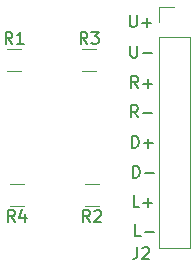
<source format=gto>
G04 #@! TF.GenerationSoftware,KiCad,Pcbnew,5.1.2-f72e74a~84~ubuntu16.04.1*
G04 #@! TF.CreationDate,2019-07-13T03:40:42-04:00*
G04 #@! TF.ProjectId,arcade_joystick_pcb,61726361-6465-45f6-9a6f-79737469636b,rev?*
G04 #@! TF.SameCoordinates,Original*
G04 #@! TF.FileFunction,Legend,Top*
G04 #@! TF.FilePolarity,Positive*
%FSLAX46Y46*%
G04 Gerber Fmt 4.6, Leading zero omitted, Abs format (unit mm)*
G04 Created by KiCad (PCBNEW 5.1.2-f72e74a~84~ubuntu16.04.1) date 2019-07-13 03:40:42*
%MOMM*%
%LPD*%
G04 APERTURE LIST*
%ADD10C,0.120000*%
%ADD11C,0.150000*%
G04 APERTURE END LIST*
D10*
X130777064Y-94975000D02*
X129572936Y-94975000D01*
X130777064Y-96795000D02*
X129572936Y-96795000D01*
X135705436Y-85365000D02*
X136909564Y-85365000D01*
X135705436Y-83545000D02*
X136909564Y-83545000D01*
X137127064Y-94975000D02*
X135922936Y-94975000D01*
X137127064Y-96795000D02*
X135922936Y-96795000D01*
X129355436Y-85365000D02*
X130559564Y-85365000D01*
X129355436Y-83545000D02*
X130559564Y-83545000D01*
X142180000Y-79950000D02*
X143510000Y-79950000D01*
X142180000Y-81280000D02*
X142180000Y-79950000D01*
X142180000Y-82550000D02*
X144840000Y-82550000D01*
X144840000Y-82550000D02*
X144840000Y-100390000D01*
X142180000Y-82550000D02*
X142180000Y-100390000D01*
X142180000Y-100390000D02*
X144840000Y-100390000D01*
D11*
X130008333Y-98157380D02*
X129675000Y-97681190D01*
X129436904Y-98157380D02*
X129436904Y-97157380D01*
X129817857Y-97157380D01*
X129913095Y-97205000D01*
X129960714Y-97252619D01*
X130008333Y-97347857D01*
X130008333Y-97490714D01*
X129960714Y-97585952D01*
X129913095Y-97633571D01*
X129817857Y-97681190D01*
X129436904Y-97681190D01*
X130865476Y-97490714D02*
X130865476Y-98157380D01*
X130627380Y-97109761D02*
X130389285Y-97824047D01*
X131008333Y-97824047D01*
X136140833Y-83087380D02*
X135807500Y-82611190D01*
X135569404Y-83087380D02*
X135569404Y-82087380D01*
X135950357Y-82087380D01*
X136045595Y-82135000D01*
X136093214Y-82182619D01*
X136140833Y-82277857D01*
X136140833Y-82420714D01*
X136093214Y-82515952D01*
X136045595Y-82563571D01*
X135950357Y-82611190D01*
X135569404Y-82611190D01*
X136474166Y-82087380D02*
X137093214Y-82087380D01*
X136759880Y-82468333D01*
X136902738Y-82468333D01*
X136997976Y-82515952D01*
X137045595Y-82563571D01*
X137093214Y-82658809D01*
X137093214Y-82896904D01*
X137045595Y-82992142D01*
X136997976Y-83039761D01*
X136902738Y-83087380D01*
X136617023Y-83087380D01*
X136521785Y-83039761D01*
X136474166Y-82992142D01*
X136358333Y-98157380D02*
X136025000Y-97681190D01*
X135786904Y-98157380D02*
X135786904Y-97157380D01*
X136167857Y-97157380D01*
X136263095Y-97205000D01*
X136310714Y-97252619D01*
X136358333Y-97347857D01*
X136358333Y-97490714D01*
X136310714Y-97585952D01*
X136263095Y-97633571D01*
X136167857Y-97681190D01*
X135786904Y-97681190D01*
X136739285Y-97252619D02*
X136786904Y-97205000D01*
X136882142Y-97157380D01*
X137120238Y-97157380D01*
X137215476Y-97205000D01*
X137263095Y-97252619D01*
X137310714Y-97347857D01*
X137310714Y-97443095D01*
X137263095Y-97585952D01*
X136691666Y-98157380D01*
X137310714Y-98157380D01*
X129790833Y-83087380D02*
X129457500Y-82611190D01*
X129219404Y-83087380D02*
X129219404Y-82087380D01*
X129600357Y-82087380D01*
X129695595Y-82135000D01*
X129743214Y-82182619D01*
X129790833Y-82277857D01*
X129790833Y-82420714D01*
X129743214Y-82515952D01*
X129695595Y-82563571D01*
X129600357Y-82611190D01*
X129219404Y-82611190D01*
X130743214Y-83087380D02*
X130171785Y-83087380D01*
X130457500Y-83087380D02*
X130457500Y-82087380D01*
X130362261Y-82230238D01*
X130267023Y-82325476D01*
X130171785Y-82373095D01*
X140382666Y-100290380D02*
X140382666Y-101004666D01*
X140335047Y-101147523D01*
X140239809Y-101242761D01*
X140096952Y-101290380D01*
X140001714Y-101290380D01*
X140811238Y-100385619D02*
X140858857Y-100338000D01*
X140954095Y-100290380D01*
X141192190Y-100290380D01*
X141287428Y-100338000D01*
X141335047Y-100385619D01*
X141382666Y-100480857D01*
X141382666Y-100576095D01*
X141335047Y-100718952D01*
X140763619Y-101290380D01*
X141382666Y-101290380D01*
X140680476Y-99382380D02*
X140204285Y-99382380D01*
X140204285Y-98382380D01*
X141013809Y-99001428D02*
X141775714Y-99001428D01*
X140550476Y-96912380D02*
X140074285Y-96912380D01*
X140074285Y-95912380D01*
X140883809Y-96531428D02*
X141645714Y-96531428D01*
X141264761Y-96912380D02*
X141264761Y-96150476D01*
X140009047Y-94422380D02*
X140009047Y-93422380D01*
X140247142Y-93422380D01*
X140390000Y-93470000D01*
X140485238Y-93565238D01*
X140532857Y-93660476D01*
X140580476Y-93850952D01*
X140580476Y-93993809D01*
X140532857Y-94184285D01*
X140485238Y-94279523D01*
X140390000Y-94374761D01*
X140247142Y-94422380D01*
X140009047Y-94422380D01*
X141009047Y-94041428D02*
X141770952Y-94041428D01*
X139919047Y-91882380D02*
X139919047Y-90882380D01*
X140157142Y-90882380D01*
X140300000Y-90930000D01*
X140395238Y-91025238D01*
X140442857Y-91120476D01*
X140490476Y-91310952D01*
X140490476Y-91453809D01*
X140442857Y-91644285D01*
X140395238Y-91739523D01*
X140300000Y-91834761D01*
X140157142Y-91882380D01*
X139919047Y-91882380D01*
X140919047Y-91501428D02*
X141680952Y-91501428D01*
X141300000Y-91882380D02*
X141300000Y-91120476D01*
X140420476Y-89302380D02*
X140087142Y-88826190D01*
X139849047Y-89302380D02*
X139849047Y-88302380D01*
X140230000Y-88302380D01*
X140325238Y-88350000D01*
X140372857Y-88397619D01*
X140420476Y-88492857D01*
X140420476Y-88635714D01*
X140372857Y-88730952D01*
X140325238Y-88778571D01*
X140230000Y-88826190D01*
X139849047Y-88826190D01*
X140849047Y-88921428D02*
X141610952Y-88921428D01*
X140450476Y-86842380D02*
X140117142Y-86366190D01*
X139879047Y-86842380D02*
X139879047Y-85842380D01*
X140260000Y-85842380D01*
X140355238Y-85890000D01*
X140402857Y-85937619D01*
X140450476Y-86032857D01*
X140450476Y-86175714D01*
X140402857Y-86270952D01*
X140355238Y-86318571D01*
X140260000Y-86366190D01*
X139879047Y-86366190D01*
X140879047Y-86461428D02*
X141640952Y-86461428D01*
X141260000Y-86842380D02*
X141260000Y-86080476D01*
X139795238Y-83252380D02*
X139795238Y-84061904D01*
X139842857Y-84157142D01*
X139890476Y-84204761D01*
X139985714Y-84252380D01*
X140176190Y-84252380D01*
X140271428Y-84204761D01*
X140319047Y-84157142D01*
X140366666Y-84061904D01*
X140366666Y-83252380D01*
X140842857Y-83871428D02*
X141604761Y-83871428D01*
X139745238Y-80672380D02*
X139745238Y-81481904D01*
X139792857Y-81577142D01*
X139840476Y-81624761D01*
X139935714Y-81672380D01*
X140126190Y-81672380D01*
X140221428Y-81624761D01*
X140269047Y-81577142D01*
X140316666Y-81481904D01*
X140316666Y-80672380D01*
X140792857Y-81291428D02*
X141554761Y-81291428D01*
X141173809Y-81672380D02*
X141173809Y-80910476D01*
M02*

</source>
